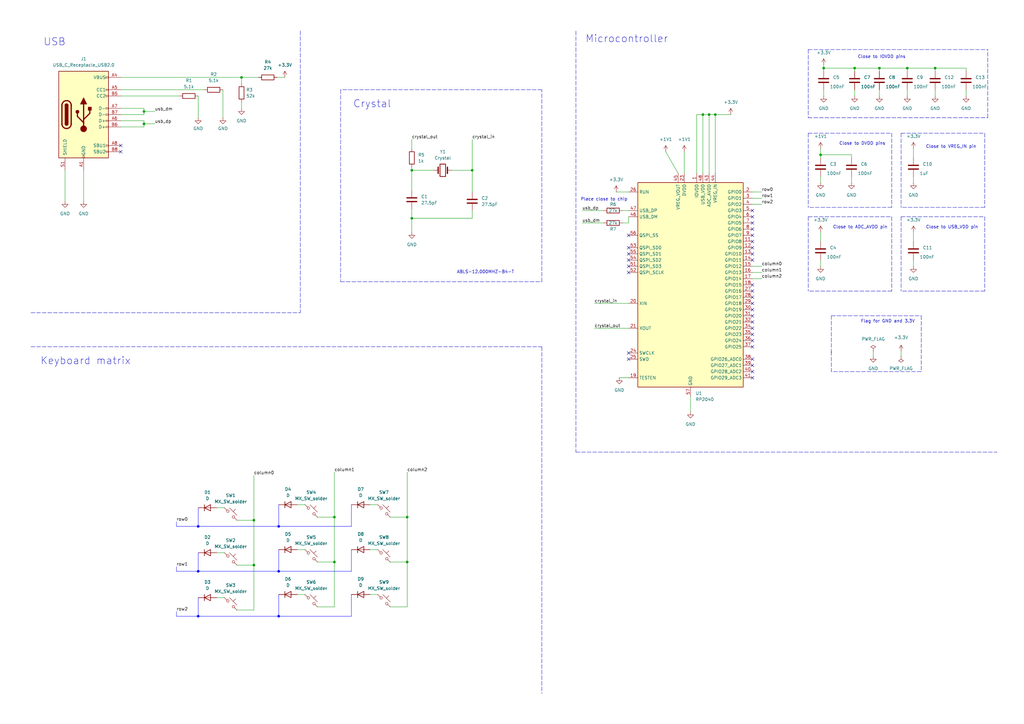
<source format=kicad_sch>
(kicad_sch (version 20211123) (generator eeschema)
  (paper "A3")
  (title_block (title "Keyboard project.") (date "2023-02-18"))
  (lib_symbols
    (symbol "Connector:USB_C_Receptacle_USB2.0" (pin_names (offset 1.016))
      (property "Reference" "J" (at -10.16 19.05 0))
      (property "Value" "USB_C_Receptacle_USB2.0" (at 19.05 19.05 0))
      (symbol "USB_C_Receptacle_USB2.0_0_0"
        (rectangle (start -0.254 -17.78) (end 0.254 -16.764))
        (rectangle (start 10.16 -14.986) (end 9.144 -15.494))
        (rectangle (start 10.16 -12.446) (end 9.144 -12.954))
        (rectangle (start 10.16 -4.826) (end 9.144 -5.334))
        (rectangle (start 10.16 -2.286) (end 9.144 -2.794))
        (rectangle (start 10.16 0.254) (end 9.144 -0.254))
        (rectangle (start 10.16 2.794) (end 9.144 2.286))
        (rectangle (start 10.16 7.874) (end 9.144 7.366))
        (rectangle (start 10.16 10.414) (end 9.144 9.906))
        (rectangle (start 10.16 15.494) (end 9.144 14.986))
      )
      (symbol "USB_C_Receptacle_USB2.0_0_1"
        (rectangle (start -10.16 17.78) (end 10.16 -17.78) (stroke (width 0.254)) (fill (type background)))
        (arc (start -8.89 -3.81) (mid -6.985 -5.715) (end -5.08 -3.81) (stroke (width 0.508)))
        (arc (start -7.62 -3.81) (mid -6.985 -4.445) (end -6.35 -3.81) (stroke (width 0.254)))
        (arc (start -7.62 -3.81) (mid -6.985 -4.445) (end -6.35 -3.81) (stroke (width 0.254)) (fill (type outline)))
        (rectangle (start -7.62 -3.81) (end -6.35 3.81) (stroke (width 0.254)) (fill (type outline)))
        (arc (start -6.35 3.81) (mid -6.985 4.445) (end -7.62 3.81) (stroke (width 0.254)))
        (arc (start -6.35 3.81) (mid -6.985 4.445) (end -7.62 3.81) (stroke (width 0.254)) (fill (type outline)))
        (arc (start -5.08 3.81) (mid -6.985 5.715) (end -8.89 3.81) (stroke (width 0.508)))
        (circle (center -2.54 1.143) (radius 0.635) (stroke (width 0.254)) (fill (type outline)))
        (circle (center 0 -5.842) (radius 1.27) (fill (type outline)))
        (polyline (pts (xy -8.89 -3.81) (xy -8.89 3.81)) (stroke (width 0.508)))
        (polyline (pts (xy -5.08 3.81) (xy -5.08 -3.81)) (stroke (width 0.508)))
        (polyline (pts (xy 0 -5.842) (xy 0 4.318)) (stroke (width 0.508)))
        (polyline (pts (xy 0 -3.302) (xy -2.54 -0.762) (xy -2.54 0.508)) (stroke (width 0.508)))
        (polyline (pts (xy 0 -2.032) (xy 2.54 0.508) (xy 2.54 1.778)) (stroke (width 0.508)))
        (polyline (pts (xy -1.27 4.318) (xy 0 6.858) (xy 1.27 4.318) (xy -1.27 4.318)) (stroke (width 0.254)) (fill (type outline)))
        (rectangle (start 1.905 1.778) (end 3.175 3.048) (stroke (width 0.254)) (fill (type outline)))
      )
      (symbol "USB_C_Receptacle_USB2.0_1_1"
        (pin passive line (at 0 -22.86 90) (length 5.08) (name "GND") (number "A1"))
        (pin passive line (at 0 -22.86 90) (length 5.08) hide (name "GND") (number "A12"))
        (pin passive line (at 15.24 15.24 180) (length 5.08) (name "VBUS") (number "A4"))
        (pin bidirectional line (at 15.24 10.16 180) (length 5.08) (name "CC1") (number "A5"))
        (pin bidirectional line (at 15.24 -2.54 180) (length 5.08) (name "D+") (number "A6"))
        (pin bidirectional line (at 15.24 2.54 180) (length 5.08) (name "D-") (number "A7"))
        (pin bidirectional line (at 15.24 -12.7 180) (length 5.08) (name "SBU1") (number "A8"))
        (pin passive line (at 15.24 15.24 180) (length 5.08) hide (name "VBUS") (number "A9"))
        (pin passive line (at 0 -22.86 90) (length 5.08) hide (name "GND") (number "B1"))
        (pin passive line (at 0 -22.86 90) (length 5.08) hide (name "GND") (number "B12"))
        (pin passive line (at 15.24 15.24 180) (length 5.08) hide (name "VBUS") (number "B4"))
        (pin bidirectional line (at 15.24 7.62 180) (length 5.08) (name "CC2") (number "B5"))
        (pin bidirectional line (at 15.24 -5.08 180) (length 5.08) (name "D+") (number "B6"))
        (pin bidirectional line (at 15.24 0 180) (length 5.08) (name "D-") (number "B7"))
        (pin bidirectional line (at 15.24 -15.24 180) (length 5.08) (name "SBU2") (number "B8"))
        (pin passive line (at 15.24 15.24 180) (length 5.08) hide (name "VBUS") (number "B9"))
        (pin passive line (at -7.62 -22.86 90) (length 5.08) (name "SHIELD") (number "S1"))
      )
    )
    (symbol "Device:C" (pin_numbers hide) (pin_names (offset 0.254))
      (property "Reference" "C" (at 0.635 2.54 0))
      (property "Value" "C" (at 0.635 -2.54 0))
      (symbol "C_0_1"
        (polyline (pts (xy -2.032 -0.762) (xy 2.032 -0.762)) (stroke (width 0.508)))
        (polyline (pts (xy -2.032 0.762) (xy 2.032 0.762)) (stroke (width 0.508)))
      )
      (symbol "C_1_1"
        (pin passive line (at 0 3.81 270) (length 2.794) (name "~") (number "1"))
        (pin passive line (at 0 -3.81 90) (length 2.794) (name "~") (number "2"))
      )
    )
    (symbol "Device:Crystal" (pin_numbers hide) (pin_names (offset 1.016) hide)
      (property "Reference" "Y" (at 0 3.81 0))
      (property "Value" "Crystal" (at 0 -3.81 0))
      (symbol "Crystal_0_1"
        (rectangle (start -1.143 2.54) (end 1.143 -2.54) (stroke (width 0.3048)))
        (polyline (pts (xy -2.54 0) (xy -1.905 0)))
        (polyline (pts (xy -1.905 -1.27) (xy -1.905 1.27)) (stroke (width 0.508)))
        (polyline (pts (xy 1.905 -1.27) (xy 1.905 1.27)) (stroke (width 0.508)))
        (polyline (pts (xy 2.54 0) (xy 1.905 0)))
      )
      (symbol "Crystal_1_1"
        (pin passive line (at -3.81 0 0) (length 1.27) (name "1") (number "1"))
        (pin passive line (at 3.81 0 180) (length 1.27) (name "2") (number "2"))
      )
    )
    (symbol "Device:D" (pin_numbers hide) (pin_names (offset 1.016) hide)
      (property "Reference" "D" (at 0 2.54 0))
      (property "Value" "D" (at 0 -2.54 0))
      (symbol "D_0_1"
        (polyline (pts (xy -1.27 1.27) (xy -1.27 -1.27)) (stroke (width 0.254)))
        (polyline (pts (xy 1.27 0) (xy -1.27 0)))
        (polyline (pts (xy 1.27 1.27) (xy 1.27 -1.27) (xy -1.27 0) (xy 1.27 1.27)) (stroke (width 0.254)))
      )
      (symbol "D_1_1"
        (pin passive line (at -3.81 0 0) (length 2.54) (name "K") (number "1"))
        (pin passive line (at 3.81 0 180) (length 2.54) (name "A") (number "2"))
      )
    )
    (symbol "Device:R" (pin_numbers hide) (pin_names (offset 0))
      (property "Reference" "R" (at 2.032 0 90))
      (property "Value" "R" (at 0 0 90))
      (symbol "R_0_1"
        (rectangle (start -1.016 -2.54) (end 1.016 2.54) (stroke (width 0.254)))
      )
      (symbol "R_1_1"
        (pin passive line (at 0 3.81 270) (length 1.27) (name "~") (number "1"))
        (pin passive line (at 0 -3.81 90) (length 1.27) (name "~") (number "2"))
      )
    )
    (symbol "MCU_RaspberryPi:RP2040"
      (property "Reference" "U" (at 17.78 45.72 0))
      (property "Value" "RP2040" (at 17.78 43.18 0))
      (symbol "RP2040_0_1"
        (rectangle (start -21.59 41.91) (end 21.59 -41.91) (stroke (width 0.254)) (fill (type background)))
      )
      (symbol "RP2040_1_1"
        (pin power_in line (at 2.54 45.72 270) (length 3.81) (name "IOVDD") (number "1"))
        (pin passive line (at 2.54 45.72 270) (length 3.81) hide (name "IOVDD") (number "10"))
        (pin bidirectional line (at 25.4 17.78 180) (length 3.81) (name "GPIO8") (number "11"))
        (pin bidirectional line (at 25.4 15.24 180) (length 3.81) (name "GPIO9") (number "12"))
        (pin bidirectional line (at 25.4 12.7 180) (length 3.81) (name "GPIO10") (number "13"))
        (pin bidirectional line (at 25.4 10.16 180) (length 3.81) (name "GPIO11") (number "14"))
        (pin bidirectional line (at 25.4 7.62 180) (length 3.81) (name "GPIO12") (number "15"))
        (pin bidirectional line (at 25.4 5.08 180) (length 3.81) (name "GPIO13") (number "16"))
        (pin bidirectional line (at 25.4 2.54 180) (length 3.81) (name "GPIO14") (number "17"))
        (pin bidirectional line (at 25.4 0 180) (length 3.81) (name "GPIO15") (number "18"))
        (pin input line (at -25.4 -38.1 0) (length 3.81) (name "TESTEN") (number "19"))
        (pin bidirectional line (at 25.4 38.1 180) (length 3.81) (name "GPIO0") (number "2"))
        (pin input line (at -25.4 -7.62 0) (length 3.81) (name "XIN") (number "20"))
        (pin passive line (at -25.4 -17.78 0) (length 3.81) (name "XOUT") (number "21"))
        (pin passive line (at 2.54 45.72 270) (length 3.81) hide (name "IOVDD") (number "22"))
        (pin power_in line (at -2.54 45.72 270) (length 3.81) (name "DVDD") (number "23"))
        (pin output line (at -25.4 -27.94 0) (length 3.81) (name "SWCLK") (number "24"))
        (pin bidirectional line (at -25.4 -30.48 0) (length 3.81) (name "SWD") (number "25"))
        (pin input line (at -25.4 38.1 0) (length 3.81) (name "RUN") (number "26"))
        (pin bidirectional line (at 25.4 -2.54 180) (length 3.81) (name "GPIO16") (number "27"))
        (pin bidirectional line (at 25.4 -5.08 180) (length 3.81) (name "GPIO17") (number "28"))
        (pin bidirectional line (at 25.4 -7.62 180) (length 3.81) (name "GPIO18") (number "29"))
        (pin bidirectional line (at 25.4 35.56 180) (length 3.81) (name "GPIO1") (number "3"))
        (pin bidirectional line (at 25.4 -10.16 180) (length 3.81) (name "GPIO19") (number "30"))
        (pin bidirectional line (at 25.4 -12.7 180) (length 3.81) (name "GPIO20") (number "31"))
        (pin bidirectional line (at 25.4 -15.24 180) (length 3.81) (name "GPIO21") (number "32"))
        (pin passive line (at 2.54 45.72 270) (length 3.81) hide (name "IOVDD") (number "33"))
        (pin bidirectional line (at 25.4 -17.78 180) (length 3.81) (name "GPIO22") (number "34"))
        (pin bidirectional line (at 25.4 -20.32 180) (length 3.81) (name "GPIO23") (number "35"))
        (pin bidirectional line (at 25.4 -22.86 180) (length 3.81) (name "GPIO24") (number "36"))
        (pin bidirectional line (at 25.4 -25.4 180) (length 3.81) (name "GPIO25") (number "37"))
        (pin bidirectional line (at 25.4 -30.48 180) (length 3.81) (name "GPIO26_ADC0") (number "38"))
        (pin bidirectional line (at 25.4 -33.02 180) (length 3.81) (name "GPIO27_ADC1") (number "39"))
        (pin bidirectional line (at 25.4 33.02 180) (length 3.81) (name "GPIO2") (number "4"))
        (pin bidirectional line (at 25.4 -35.56 180) (length 3.81) (name "GPIO28_ADC2") (number "40"))
        (pin bidirectional line (at 25.4 -38.1 180) (length 3.81) (name "GPIO29_ADC3") (number "41"))
        (pin passive line (at 2.54 45.72 270) (length 3.81) hide (name "IOVDD") (number "42"))
        (pin power_in line (at 7.62 45.72 270) (length 3.81) (name "ADC_AVDD") (number "43"))
        (pin power_in line (at 10.16 45.72 270) (length 3.81) (name "VREG_IN") (number "44"))
        (pin power_out line (at -5.08 45.72 270) (length 3.81) (name "VREG_VOUT") (number "45"))
        (pin bidirectional line (at -25.4 27.94 0) (length 3.81) (name "USB_DM") (number "46"))
        (pin bidirectional line (at -25.4 30.48 0) (length 3.81) (name "USB_DP") (number "47"))
        (pin power_in line (at 5.08 45.72 270) (length 3.81) (name "USB_VDD") (number "48"))
        (pin passive line (at 2.54 45.72 270) (length 3.81) hide (name "IOVDD") (number "49"))
        (pin bidirectional line (at 25.4 30.48 180) (length 3.81) (name "GPIO3") (number "5"))
        (pin passive line (at -2.54 45.72 270) (length 3.81) hide (name "DVDD") (number "50"))
        (pin bidirectional line (at -25.4 7.62 0) (length 3.81) (name "QSPI_SD3") (number "51"))
        (pin output line (at -25.4 5.08 0) (length 3.81) (name "QSPI_SCLK") (number "52"))
        (pin bidirectional line (at -25.4 15.24 0) (length 3.81) (name "QSPI_SD0") (number "53"))
        (pin bidirectional line (at -25.4 10.16 0) (length 3.81) (name "QSPI_SD2") (number "54"))
        (pin bidirectional line (at -25.4 12.7 0) (length 3.81) (name "QSPI_SD1") (number "55"))
        (pin bidirectional line (at -25.4 20.32 0) (length 3.81) (name "QSPI_SS") (number "56"))
        (pin power_in line (at 0 -45.72 90) (length 3.81) (name "GND") (number "57"))
        (pin bidirectional line (at 25.4 27.94 180) (length 3.81) (name "GPIO4") (number "6"))
        (pin bidirectional line (at 25.4 25.4 180) (length 3.81) (name "GPIO5") (number "7"))
        (pin bidirectional line (at 25.4 22.86 180) (length 3.81) (name "GPIO6") (number "8"))
        (pin bidirectional line (at 25.4 20.32 180) (length 3.81) (name "GPIO7") (number "9"))
      )
    )
    (symbol "marbastlib-mx:MX_SW_solder" (pin_numbers hide) (pin_names (offset 1.016) hide)
      (property "Reference" "SW" (at 3.048 1.016 0))
      (property "Value" "MX_SW_solder" (at 0 -3.81 0))
      (symbol "MX_SW_solder_0_1"
        (circle (center -1.1684 1.1684) (radius 0.508))
        (polyline (pts (xy -0.508 2.54) (xy 2.54 -0.508)))
        (polyline (pts (xy 1.016 1.016) (xy 2.032 2.032)))
        (polyline (pts (xy -2.54 2.54) (xy -1.524 1.524) (xy -1.524 1.524)))
        (polyline (pts (xy 1.524 -1.524) (xy 2.54 -2.54) (xy 2.54 -2.54) (xy 2.54 -2.54)))
        (circle (center 1.143 -1.1938) (radius 0.508))
        (pin passive line (at -2.54 2.54 0) (length 0) (name "1") (number "1"))
        (pin passive line (at 2.54 -2.54 180) (length 0) (name "2") (number "2"))
      )
    )
    (symbol "power:+1V1" (power) (pin_names (offset 0))
      (property "Value" "+1V1" (at 0 3.556 0))
      (symbol "+1V1_0_1"
        (polyline (pts (xy -0.762 1.27) (xy 0 2.54)))
        (polyline (pts (xy 0 0) (xy 0 2.54)))
        (polyline (pts (xy 0 2.54) (xy 0.762 1.27)))
      )
      (symbol "+1V1_1_1"
        (pin power_in line (at 0 0 90) (length 0) hide (name "+1V1") (number "1"))
      )
    )
    (symbol "power:+3.3V" (power) (pin_names (offset 0))
      (property "Value" "+3.3V" (at 0 3.556 0))
      (symbol "+3.3V_0_1"
        (polyline (pts (xy -0.762 1.27) (xy 0 2.54)))
        (polyline (pts (xy 0 0) (xy 0 2.54)))
        (polyline (pts (xy 0 2.54) (xy 0.762 1.27)))
      )
      (symbol "+3.3V_1_1"
        (pin power_in line (at 0 0 90) (length 0) hide (name "+3.3V") (number "1"))
      )
    )
    (symbol "power:GND" (power) (pin_names (offset 0))
      (property "Value" "GND" (at 0 -3.81 0))
      (symbol "GND_0_1"
        (polyline (pts (xy 0 0) (xy 0 -1.27) (xy 1.27 -1.27) (xy 0 -2.54) (xy -1.27 -1.27) (xy 0 -1.27)))
      )
      (symbol "GND_1_1"
        (pin power_in line (at 0 0 270) (length 0) hide (name "GND") (number "1"))
      )
    )
    (symbol "power:PWR_FLAG" (power) (pin_numbers hide) (pin_names (offset 0) hide)
      (property "Value" "PWR_FLAG" (at 0 3.81 0))
      (symbol "PWR_FLAG_0_0"
        (pin power_out line (at 0 0 90) (length 0) (name "pwr") (number "1"))
      )
      (symbol "PWR_FLAG_0_1"
        (polyline (pts (xy 0 0) (xy 0 1.27) (xy -1.016 1.905) (xy 0 2.54) (xy 1.016 1.905) (xy 0 1.27)))
      )
    )
  )
  (junction (at 293.37 46.99))
  (junction (at 360.68 27.94))
  (junction (at 290.83 46.99))
  (junction (at 336.55 63.5))
  (junction (at 104.14 231.775))
  (junction (at 81.28 215.9) (color 0 0 255 1))
  (junction (at 114.3 234.315) (color 0 0 255 1))
  (junction (at 104.14 213.36))
  (junction (at 168.91 89.535))
  (junction (at 99.06 31.75))
  (junction (at 81.28 252.73) (color 0 0 255 1))
  (junction (at 167.005 212.09))
  (junction (at 137.16 212.09))
  (junction (at 114.3 215.9) (color 0 0 255 1))
  (junction (at 337.82 27.94))
  (junction (at 193.675 69.85))
  (junction (at 114.3 252.73) (color 0 0 255 1))
  (junction (at 167.005 230.505))
  (junction (at 59.055 45.72))
  (junction (at 137.16 230.505))
  (junction (at 59.055 50.8))
  (junction (at 81.28 234.315) (color 0 0 255 1))
  (junction (at 288.29 46.99))
  (junction (at 168.91 69.85))
  (junction (at 372.11 27.94))
  (junction (at 350.52 27.94))
  (junction (at 383.54 27.94))
  (no_connect (at 308.61 129.54))
  (no_connect (at 308.61 91.44))
  (no_connect (at 308.61 137.16))
  (no_connect (at 257.81 147.32))
  (no_connect (at 308.61 93.98))
  (no_connect (at 308.61 134.62))
  (no_connect (at 308.61 101.6))
  (no_connect (at 308.61 86.36))
  (no_connect (at 49.53 62.23))
  (no_connect (at 308.61 119.38))
  (no_connect (at 308.61 139.7))
  (no_connect (at 257.81 104.14))
  (no_connect (at 257.81 96.52))
  (no_connect (at 308.61 127))
  (no_connect (at 308.61 132.08))
  (no_connect (at 308.61 104.14))
  (no_connect (at 49.53 59.69))
  (no_connect (at 308.61 124.46))
  (no_connect (at 308.61 152.4))
  (no_connect (at 257.81 144.78))
  (no_connect (at 257.81 101.6))
  (no_connect (at 308.61 121.92))
  (no_connect (at 257.81 109.22))
  (no_connect (at 308.61 96.52))
  (no_connect (at 308.61 106.68))
  (no_connect (at 308.61 116.84))
  (no_connect (at 308.61 149.86))
  (no_connect (at 308.61 147.32))
  (no_connect (at 308.61 88.9))
  (no_connect (at 308.61 99.06))
  (no_connect (at 308.61 142.24))
  (no_connect (at 308.61 154.94))
  (no_connect (at 257.81 106.68))
  (no_connect (at 257.81 111.76))
  (wire (pts (xy 114.3 207.01) (xy 114.3 215.9)) (stroke (width 0) (color 0 0 255 1)))
  (wire (pts (xy 168.91 68.58) (xy 168.91 69.85)))
  (polyline (pts (xy 139.7 115.57) (xy 222.25 115.57)))
  (polyline (pts (xy 331.47 20.32) (xy 331.47 48.26)))
  (wire (pts (xy 290.83 46.99) (xy 293.37 46.99)))
  (wire (pts (xy 59.055 50.8) (xy 63.5 50.8)))
  (wire (pts (xy 137.16 212.09) (xy 137.16 230.505)))
  (wire (pts (xy 167.005 248.92) (xy 160.02 248.92)))
  (wire (pts (xy 34.29 69.85) (xy 34.29 82.55)))
  (wire (pts (xy 151.765 243.84) (xy 154.94 243.84)))
  (wire (pts (xy 360.68 27.94) (xy 360.68 29.21)))
  (wire (pts (xy 99.06 31.75) (xy 106.045 31.75)))
  (wire (pts (xy 336.55 60.96) (xy 336.55 63.5)))
  (wire (pts (xy 49.53 36.83) (xy 83.82 36.83)))
  (wire (pts (xy 255.27 91.44) (xy 257.81 91.44)))
  (polyline (pts (xy 123.19 12.7) (xy 123.19 128.27)))
  (wire (pts (xy 114.3 243.84) (xy 114.3 252.73)) (stroke (width 0) (color 0 0 255 1)))
  (wire (pts (xy 144.145 207.01) (xy 144.145 215.9)) (stroke (width 0) (color 0 0 255 1)))
  (polyline (pts (xy 377.825 129.54) (xy 377.825 152.4)))
  (wire (pts (xy 243.84 134.62) (xy 257.81 134.62)))
  (wire (pts (xy 308.61 109.22) (xy 312.42 109.22)))
  (wire (pts (xy 360.68 27.94) (xy 372.11 27.94)))
  (wire (pts (xy 337.82 26.67) (xy 337.82 27.94)))
  (wire (pts (xy 104.14 194.945) (xy 104.14 213.36)))
  (wire (pts (xy 372.11 27.94) (xy 383.54 27.94)))
  (wire (pts (xy 59.055 45.72) (xy 63.5 45.72)))
  (wire (pts (xy 114.3 252.73) (xy 81.28 252.73)) (stroke (width 0) (color 0 0 255 1)))
  (wire (pts (xy 349.25 63.5) (xy 349.25 64.77)))
  (polyline (pts (xy 365.76 88.9) (xy 365.76 119.38)))
  (wire (pts (xy 81.28 215.9) (xy 114.3 215.9)) (stroke (width 0) (color 0 0 255 1)))
  (wire (pts (xy 255.27 86.36) (xy 257.81 86.36)))
  (wire (pts (xy 308.61 81.28) (xy 312.42 81.28)))
  (wire (pts (xy 168.91 57.15) (xy 168.91 60.96)))
  (polyline (pts (xy 340.995 144.145) (xy 340.995 152.4)))
  (wire (pts (xy 360.68 36.83) (xy 360.68 39.37)))
  (wire (pts (xy 288.29 46.99) (xy 288.29 71.12)))
  (polyline (pts (xy 236.22 185.42) (xy 408.94 185.42)))
  (polyline (pts (xy 222.25 115.57) (xy 222.25 36.83)))
  (wire (pts (xy 383.54 36.83) (xy 383.54 39.37)))
  (polyline (pts (xy 369.57 54.61) (xy 369.57 85.09)))
  (wire (pts (xy 81.28 234.315) (xy 114.3 234.315)) (stroke (width 0) (color 0 0 255 1)))
  (wire (pts (xy 49.53 31.75) (xy 99.06 31.75)))
  (polyline (pts (xy 403.86 88.9) (xy 403.86 119.38)))
  (wire (pts (xy 81.28 215.9) (xy 72.39 215.9)) (stroke (width 0) (color 0 0 255 1)))
  (wire (pts (xy 358.14 144.145) (xy 358.14 146.05)))
  (wire (pts (xy 121.92 225.425) (xy 125.095 225.425)))
  (polyline (pts (xy 369.57 88.9) (xy 369.57 119.38)))
  (wire (pts (xy 372.11 27.94) (xy 372.11 29.21)))
  (wire (pts (xy 288.29 46.99) (xy 290.83 46.99)))
  (wire (pts (xy 81.28 234.315) (xy 72.39 234.315)) (stroke (width 0) (color 0 0 255 1)))
  (wire (pts (xy 99.06 31.75) (xy 99.06 34.29)))
  (polyline (pts (xy 403.86 85.09) (xy 369.57 85.09)))
  (wire (pts (xy 72.39 215.9) (xy 72.39 213.995)) (stroke (width 0) (color 0 0 255 1)))
  (polyline (pts (xy 222.25 36.83) (xy 139.7 36.83)))
  (wire (pts (xy 238.76 86.36) (xy 247.65 86.36)))
  (wire (pts (xy 113.665 31.75) (xy 116.84 31.75)))
  (wire (pts (xy 337.82 36.83) (xy 337.82 39.37)))
  (wire (pts (xy 193.675 89.535) (xy 168.91 89.535)))
  (polyline (pts (xy 236.22 12.7) (xy 236.22 185.42)))
  (wire (pts (xy 254 154.94) (xy 257.81 154.94)))
  (wire (pts (xy 88.9 245.11) (xy 92.075 245.11)))
  (wire (pts (xy 185.42 69.85) (xy 193.675 69.85)))
  (wire (pts (xy 350.52 27.94) (xy 350.52 29.21)))
  (polyline (pts (xy 369.57 54.61) (xy 403.86 54.61)))
  (polyline (pts (xy 331.47 54.61) (xy 331.47 85.09)))
  (wire (pts (xy 59.055 52.07) (xy 49.53 52.07)))
  (wire (pts (xy 151.765 207.01) (xy 154.94 207.01)))
  (wire (pts (xy 72.39 252.73) (xy 72.39 250.825)) (stroke (width 0) (color 0 0 255 1)))
  (wire (pts (xy 257.81 91.44) (xy 257.81 88.9)))
  (wire (pts (xy 293.37 46.99) (xy 299.72 46.99)))
  (wire (pts (xy 88.9 226.695) (xy 92.075 226.695)))
  (wire (pts (xy 81.28 226.695) (xy 81.28 234.315)) (stroke (width 0) (color 0 0 255 1)))
  (wire (pts (xy 137.16 230.505) (xy 130.175 230.505)))
  (wire (pts (xy 374.65 95.25) (xy 374.65 99.06)))
  (wire (pts (xy 144.145 225.425) (xy 144.145 234.315)) (stroke (width 0) (color 0 0 255 1)))
  (wire (pts (xy 308.61 111.76) (xy 312.42 111.76)))
  (wire (pts (xy 290.83 71.12) (xy 290.83 46.99)))
  (wire (pts (xy 151.765 225.425) (xy 154.94 225.425)))
  (wire (pts (xy 99.06 41.91) (xy 99.06 44.45)))
  (wire (pts (xy 137.16 212.09) (xy 130.175 212.09)))
  (wire (pts (xy 193.675 86.36) (xy 193.675 89.535)))
  (wire (pts (xy 308.61 78.74) (xy 312.42 78.74)))
  (wire (pts (xy 337.82 27.94) (xy 337.82 29.21)))
  (polyline (pts (xy 365.76 54.61) (xy 365.76 85.09)))
  (polyline (pts (xy 222.25 142.24) (xy 222.25 284.48)))
  (wire (pts (xy 49.53 49.53) (xy 59.055 49.53)))
  (wire (pts (xy 59.055 50.8) (xy 59.055 52.07)))
  (wire (pts (xy 252.73 78.74) (xy 257.81 78.74)))
  (wire (pts (xy 308.61 114.3) (xy 312.42 114.3)))
  (polyline (pts (xy 139.7 36.83) (xy 139.7 115.57)))
  (wire (pts (xy 374.65 60.96) (xy 374.65 64.77)))
  (wire (pts (xy 81.28 252.73) (xy 72.39 252.73)) (stroke (width 0) (color 0 0 255 1)))
  (wire (pts (xy 280.67 71.12) (xy 280.67 62.23)))
  (wire (pts (xy 144.145 234.315) (xy 114.3 234.315)) (stroke (width 0) (color 0 0 255 1)))
  (wire (pts (xy 285.75 46.99) (xy 285.75 71.12)))
  (wire (pts (xy 336.55 106.68) (xy 336.55 109.22)))
  (wire (pts (xy 49.53 46.99) (xy 59.055 46.99)))
  (wire (pts (xy 168.91 89.535) (xy 168.91 95.25)))
  (wire (pts (xy 243.84 124.46) (xy 257.81 124.46)))
  (wire (pts (xy 81.28 39.37) (xy 81.28 48.26)))
  (wire (pts (xy 283.21 162.56) (xy 283.21 168.91)))
  (wire (pts (xy 167.005 212.09) (xy 167.005 230.505)))
  (wire (pts (xy 383.54 27.94) (xy 396.24 27.94)))
  (wire (pts (xy 81.28 245.11) (xy 81.28 252.73)) (stroke (width 0) (color 0 0 255 1)))
  (wire (pts (xy 104.14 231.775) (xy 104.14 250.19)))
  (polyline (pts (xy 331.47 54.61) (xy 365.76 54.61)))
  (wire (pts (xy 144.145 215.9) (xy 114.3 215.9)) (stroke (width 0) (color 0 0 255 1)))
  (wire (pts (xy 137.16 230.505) (xy 137.16 248.92)))
  (polyline (pts (xy 340.995 129.54) (xy 377.825 129.54)))
  (polyline (pts (xy 12.7 128.27) (xy 123.19 128.27)))
  (wire (pts (xy 168.91 69.85) (xy 168.91 78.105)))
  (wire (pts (xy 374.65 106.68) (xy 374.65 109.22)))
  (polyline (pts (xy 12.7 142.24) (xy 222.25 142.24)))
  (polyline (pts (xy 403.86 119.38) (xy 369.57 119.38)))
  (polyline (pts (xy 405.13 48.26) (xy 405.13 20.32)))
  (wire (pts (xy 177.8 69.85) (xy 168.91 69.85)))
  (wire (pts (xy 167.005 230.505) (xy 167.005 248.92)))
  (wire (pts (xy 349.25 72.39) (xy 349.25 74.93)))
  (wire (pts (xy 293.37 46.99) (xy 293.37 71.12)))
  (wire (pts (xy 114.3 225.425) (xy 114.3 234.315)) (stroke (width 0) (color 0 0 255 1)))
  (wire (pts (xy 59.055 44.45) (xy 49.53 44.45)))
  (wire (pts (xy 336.55 63.5) (xy 349.25 63.5)))
  (wire (pts (xy 88.9 208.28) (xy 92.075 208.28)))
  (wire (pts (xy 273.05 62.23) (xy 278.13 71.12)))
  (wire (pts (xy 167.005 193.675) (xy 167.005 212.09)))
  (wire (pts (xy 137.16 248.92) (xy 130.175 248.92)))
  (wire (pts (xy 104.14 250.19) (xy 97.155 250.19)))
  (polyline (pts (xy 331.47 48.26) (xy 405.13 48.26)))
  (wire (pts (xy 374.65 72.39) (xy 374.65 74.93)))
  (wire (pts (xy 81.28 208.28) (xy 81.28 215.9)) (stroke (width 0) (color 0 0 255 1)))
  (wire (pts (xy 396.24 36.83) (xy 396.24 39.37)))
  (wire (pts (xy 396.24 27.94) (xy 396.24 29.21)))
  (wire (pts (xy 167.005 230.505) (xy 160.02 230.505)))
  (polyline (pts (xy 331.47 88.9) (xy 365.76 88.9)))
  (wire (pts (xy 59.055 45.72) (xy 59.055 44.45)))
  (wire (pts (xy 49.53 39.37) (xy 73.66 39.37)))
  (wire (pts (xy 383.54 27.94) (xy 383.54 29.21)))
  (wire (pts (xy 350.52 27.94) (xy 360.68 27.94)))
  (wire (pts (xy 238.76 91.44) (xy 247.65 91.44)))
  (wire (pts (xy 72.39 234.315) (xy 72.39 232.41)) (stroke (width 0) (color 0 0 255 1)))
  (polyline (pts (xy 377.825 152.4) (xy 340.995 152.4)))
  (wire (pts (xy 121.92 243.84) (xy 125.095 243.84)))
  (wire (pts (xy 337.82 27.94) (xy 350.52 27.94)))
  (wire (pts (xy 193.675 69.85) (xy 193.675 78.74)))
  (wire (pts (xy 104.14 213.36) (xy 97.155 213.36)))
  (wire (pts (xy 308.61 83.82) (xy 312.42 83.82)))
  (wire (pts (xy 121.92 207.01) (xy 125.095 207.01)))
  (polyline (pts (xy 365.76 85.09) (xy 331.47 85.09)))
  (wire (pts (xy 336.55 72.39) (xy 336.55 74.93)))
  (wire (pts (xy 167.005 212.09) (xy 160.02 212.09)))
  (wire (pts (xy 288.29 46.99) (xy 285.75 46.99)))
  (wire (pts (xy 350.52 36.83) (xy 350.52 39.37)))
  (wire (pts (xy 369.57 144.145) (xy 369.57 146.05)))
  (wire (pts (xy 59.055 49.53) (xy 59.055 50.8)))
  (wire (pts (xy 193.675 69.85) (xy 193.675 57.15)))
  (polyline (pts (xy 340.995 144.78) (xy 340.995 129.54)))
  (wire (pts (xy 104.14 231.775) (xy 97.155 231.775)))
  (wire (pts (xy 114.3 252.73) (xy 144.145 252.73)) (stroke (width 0) (color 0 0 255 1)))
  (wire (pts (xy 336.55 95.25) (xy 336.55 99.06)))
  (polyline (pts (xy 369.57 88.9) (xy 403.86 88.9)))
  (wire (pts (xy 26.67 69.85) (xy 26.67 82.55)))
  (wire (pts (xy 137.16 193.675) (xy 137.16 212.09)))
  (polyline (pts (xy 403.86 54.61) (xy 403.86 85.09)))
  (wire (pts (xy 91.44 36.83) (xy 91.44 48.26)))
  (polyline (pts (xy 331.47 20.32) (xy 405.13 20.32)))
  (wire (pts (xy 144.145 243.84) (xy 144.145 252.73)) (stroke (width 0) (color 0 0 255 1)))
  (wire (pts (xy 372.11 36.83) (xy 372.11 39.37)))
  (wire (pts (xy 59.055 46.99) (xy 59.055 45.72)))
  (polyline (pts (xy 331.47 88.9) (xy 331.47 119.38)))
  (polyline (pts (xy 365.76 119.38) (xy 331.47 119.38)))
  (wire (pts (xy 336.55 63.5) (xy 336.55 64.77)))
  (wire (pts (xy 168.91 85.725) (xy 168.91 89.535)))
  (wire (pts (xy 104.14 213.36) (xy 104.14 231.775)))
  (text "Crystal" (at 144.78 44.45 0) (effects (font (size 3 3)) (justify left bottom)))
  (text "Close to VREG_IN pin" (at 379.73 60.96 0) (effects (font (size 1.27 1.27)) (justify left bottom)))
  (text "USB" (at 17.78 19.05 0) (effects (font (size 3 3)) (justify left bottom)))
  (text "ABLS-12.000MHZ-B4-T" (at 187.325 112.395 0) (effects (font (size 1.27 1.27)) (justify left bottom)))
  (text "Close to IOVDD pins" (at 351.79 24.13 0) (effects (font (size 1.27 1.27)) (justify left bottom)))
  (text "Close to DVDD pins" (at 344.17 59.69 0) (effects (font (size 1.27 1.27)) (justify left bottom)))
  (text "Place close to chip" (at 238.125 82.55 0) (effects (font (size 1.27 1.27)) (justify left bottom)))
  (text "Microcontroller" (at 240.03 17.78 0) (effects (font (size 3 3)) (justify left bottom)))
  (text "Flag for GND and 3.3V\n\n" (at 353.06 134.62 0) (effects (font (size 1.27 1.27)) (justify left bottom)))
  (text "Keyboard matrix" (at 16.51 149.86 0) (effects (font (size 3 3)) (justify left bottom)))
  (text "Close to USB_VDD pin" (at 379.73 93.98 0) (effects (font (size 1.27 1.27)) (justify left bottom)))
  (text "Close to ADC_AVDD pin" (at 341.63 93.98 0) (effects (font (size 1.27 1.27)) (justify left bottom)))
  (label "usb_dp" (at 238.76 86.36 0))
  (label "usb_dm" (at 63.5 45.72 0))
  (label "column2" (at 167.005 193.675 0))
  (label "row1" (at 72.39 232.41 0))
  (label "row1" (at 312.42 81.28 0))
  (label "row0" (at 312.42 78.74 0))
  (label "row2" (at 312.42 83.82 0))
  (label "row2" (at 72.39 250.825 0))
  (label "column0" (at 104.14 194.945 0))
  (label "column2" (at 312.42 114.3 0))
  (label "crystal_in" (at 193.675 57.15 0))
  (label "column0" (at 312.42 109.22 0))
  (label "column1" (at 137.16 193.675 0))
  (label "crystal_out" (at 243.84 134.62 0))
  (label "row0" (at 72.39 213.995 0))
  (label "crystal_in" (at 243.84 124.46 0))
  (label "crystal_out" (at 168.91 57.15 0))
  (label "column1" (at 312.42 111.76 0))
  (label "usb_dm" (at 238.76 91.44 0))
  (label "usb_dp" (at 63.5 50.8 0))
  (symbol (lib_id "power:GND") (at 91.44 48.26 0) (unit 1)
    (property "Reference" "#PWR0104" (effects hide))
    (property "Value" "GND" (at 91.44 52.705 0))
  )
  (symbol (lib_id "marbastlib-mx:MX_SW_solder") (at 94.615 229.235 0) (unit 1)
    (property "Reference" "SW2" (at 94.615 221.615 0))
    (property "Value" "MX_SW_solder" (at 94.615 224.155 0))
    (property "Footprint" "marbastlib-mx:SW_MX_1u" (effects hide))
  )
  (symbol (lib_id "power:GND") (at 336.55 74.93 0) (unit 1)
    (property "Reference" "#PWR0109" (effects hide))
    (property "Value" "GND" (at 336.55 80.01 0))
  )
  (symbol (lib_id "power:GND") (at 383.54 39.37 0) (unit 1)
    (property "Reference" "#PWR0120" (effects hide))
    (property "Value" "GND" (at 383.54 44.45 0))
  )
  (symbol (lib_id "power:GND") (at 349.25 74.93 0) (unit 1)
    (property "Reference" "#PWR0110" (effects hide))
    (property "Value" "GND" (at 349.25 80.01 0))
  )
  (symbol (lib_id "Device:C") (at 372.11 33.02 0) (unit 1)
    (property "Reference" "C9" (at 375.92 31.7499 0) (effects (justify left)))
    (property "Value" "100nF" (at 374.65 35.56 0) (effects (justify left)))
  )
  (symbol (lib_id "power:+3.3V") (at 299.72 46.99 0) (unit 1)
    (property "Reference" "#PWR0117" (effects hide))
    (property "Value" "+3.3V" (at 299.72 41.91 0))
  )
  (symbol (lib_id "Device:C") (at 396.24 33.02 0) (unit 1)
    (property "Reference" "C13" (at 400.05 31.7499 0) (effects (justify left)))
    (property "Value" "100nF" (at 398.78 35.56 0) (effects (justify left)))
  )
  (symbol (lib_id "power:PWR_FLAG") (at 358.14 144.145 0) (unit 1)
    (property "Reference" "#FLG0101" (effects hide))
    (property "Value" "PWR_FLAG" (at 358.14 139.065 0))
  )
  (symbol (lib_id "marbastlib-mx:MX_SW_solder") (at 94.615 210.82 0) (unit 1)
    (property "Reference" "SW1" (at 94.615 203.2 0))
    (property "Value" "MX_SW_solder" (at 94.615 205.74 0))
    (property "Footprint" "marbastlib-mx:SW_MX_1u" (effects hide))
  )
  (symbol (lib_id "marbastlib-mx:MX_SW_solder") (at 127.635 246.38 0) (unit 1)
    (property "Reference" "SW6" (at 127.635 238.76 0))
    (property "Value" "MX_SW_solder" (at 127.635 241.3 0))
    (property "Footprint" "marbastlib-mx:SW_MX_1u" (effects hide))
  )
  (symbol (lib_id "power:GND") (at 26.67 82.55 0) (unit 1)
    (property "Reference" "#PWR0102" (effects hide))
    (property "Value" "GND" (at 26.67 87.63 0))
  )
  (symbol (lib_id "Device:C") (at 193.675 82.55 0) (unit 1)
    (property "Reference" "C2" (at 197.485 81.2799 0) (effects (justify left)))
    (property "Value" "27.5pF" (at 197.485 83.8199 0) (effects (justify left)))
  )
  (symbol (lib_id "Device:R") (at 251.46 91.44 90) (unit 1)
    (property "Reference" "R7" (at 251.46 93.98 90))
    (property "Value" "27k" (at 251.46 91.44 90))
  )
  (symbol (lib_id "Device:C") (at 349.25 68.58 0) (unit 1)
    (property "Reference" "C6" (at 353.06 67.3099 0) (effects (justify left)))
    (property "Value" "100nF" (at 351.79 71.12 0) (effects (justify left)))
  )
  (symbol (lib_id "Device:D") (at 147.955 243.84 0) (unit 1)
    (property "Reference" "D9" (at 147.955 237.49 0))
    (property "Value" "D" (at 147.955 240.03 0))
  )
  (symbol (lib_id "power:GND") (at 360.68 39.37 0) (unit 1)
    (property "Reference" "#PWR0119" (effects hide))
    (property "Value" "GND" (at 360.68 44.45 0))
  )
  (symbol (lib_id "power:+3.3V") (at 374.65 95.25 0) (unit 1)
    (property "Reference" "#PWR0128" (effects hide))
    (property "Value" "+3.3V" (at 374.65 90.17 0))
  )
  (symbol (lib_id "Device:D") (at 147.955 207.01 0) (unit 1)
    (property "Reference" "D7" (at 147.955 200.66 0))
    (property "Value" "D" (at 147.955 203.2 0))
  )
  (symbol (lib_id "power:GND") (at 99.06 44.45 0) (unit 1)
    (property "Reference" "#PWR0103" (effects hide))
    (property "Value" "GND" (at 99.06 49.53 0))
  )
  (symbol (lib_id "power:GND") (at 374.65 109.22 0) (unit 1)
    (property "Reference" "#PWR0129" (effects hide))
    (property "Value" "GND" (at 374.65 114.3 0))
  )
  (symbol (lib_id "marbastlib-mx:MX_SW_solder") (at 94.615 247.65 0) (unit 1)
    (property "Reference" "SW3" (at 94.615 240.03 0))
    (property "Value" "MX_SW_solder" (at 94.615 242.57 0))
    (property "Footprint" "marbastlib-mx:SW_MX_1u" (effects hide))
  )
  (symbol (lib_id "marbastlib-mx:MX_SW_solder") (at 157.48 246.38 0) (unit 1)
    (property "Reference" "SW9" (at 157.48 238.76 0))
    (property "Value" "MX_SW_solder" (at 157.48 241.3 0))
    (property "Footprint" "marbastlib-mx:SW_MX_1u" (effects hide))
  )
  (symbol (lib_id "Device:C") (at 336.55 102.87 0) (unit 1)
    (property "Reference" "C4" (at 340.36 101.5999 0) (effects (justify left)))
    (property "Value" "100nF" (at 339.09 105.41 0) (effects (justify left)))
  )
  (symbol (lib_id "power:GND") (at 283.21 168.91 0) (unit 1)
    (property "Reference" "#PWR0118" (effects hide))
    (property "Value" "GND" (at 283.21 173.99 0))
  )
  (symbol (lib_id "Device:C") (at 350.52 33.02 0) (unit 1)
    (property "Reference" "C7" (at 354.33 31.7499 0) (effects (justify left)))
    (property "Value" "100nF" (at 353.06 35.56 0) (effects (justify left)))
  )
  (symbol (lib_id "power:+3.3V") (at 116.84 31.75 0) (unit 1)
    (property "Reference" "#PWR0106" (effects hide))
    (property "Value" "+3.3V" (at 116.84 26.67 0))
  )
  (symbol (lib_id "Device:C") (at 168.91 81.915 0) (unit 1)
    (property "Reference" "C1" (at 172.72 80.6449 0) (effects (justify left)))
    (property "Value" "27.5pF" (at 172.72 83.1849 0) (effects (justify left)))
  )
  (symbol (lib_id "power:GND") (at 337.82 39.37 0) (unit 1)
    (property "Reference" "#PWR0125" (effects hide))
    (property "Value" "GND" (at 337.82 44.45 0))
  )
  (symbol (lib_id "marbastlib-mx:MX_SW_solder") (at 157.48 227.965 0) (unit 1)
    (property "Reference" "SW8" (at 157.48 220.345 0))
    (property "Value" "MX_SW_solder" (at 157.48 222.885 0))
    (property "Footprint" "marbastlib-mx:SW_MX_1u" (effects hide))
  )
  (symbol (lib_id "Device:R") (at 87.63 36.83 90) (unit 1)
    (property "Reference" "R2" (at 87.63 30.48 90))
    (property "Value" "5.1k" (at 87.63 33.02 90))
  )
  (symbol (lib_id "marbastlib-mx:MX_SW_solder") (at 127.635 209.55 0) (unit 1)
    (property "Reference" "SW4" (at 127.635 201.93 0))
    (property "Value" "MX_SW_solder" (at 127.635 204.47 0))
    (property "Footprint" "marbastlib-mx:SW_MX_1u" (effects hide))
  )
  (symbol (lib_id "power:GND") (at 374.65 74.93 0) (unit 1)
    (property "Reference" "#PWR0111" (effects hide))
    (property "Value" "GND" (at 374.65 80.01 0))
  )
  (symbol (lib_id "marbastlib-mx:MX_SW_solder") (at 157.48 209.55 0) (unit 1)
    (property "Reference" "SW7" (at 157.48 201.93 0))
    (property "Value" "MX_SW_solder" (at 157.48 204.47 0))
    (property "Footprint" "marbastlib-mx:SW_MX_1u" (effects hide))
  )
  (symbol (lib_id "Device:R") (at 168.91 64.77 0) (unit 1)
    (property "Reference" "R5" (at 171.45 63.4999 0) (effects (justify left)))
    (property "Value" "1k" (at 171.45 66.0399 0) (effects (justify left)))
  )
  (symbol (lib_id "Device:R") (at 77.47 39.37 90) (unit 1)
    (property "Reference" "R1" (at 77.47 33.02 90))
    (property "Value" "5.1k" (at 77.47 35.56 90))
  )
  (symbol (lib_id "power:GND") (at 358.14 146.05 0) (unit 1)
    (property "Reference" "#PWR0130" (effects hide))
    (property "Value" "GND" (at 358.14 151.13 0))
  )
  (symbol (lib_id "power:+3.3V") (at 374.65 60.96 0) (unit 1)
    (property "Reference" "#PWR0112" (effects hide))
    (property "Value" "+3.3V" (at 374.65 55.88 0))
  )
  (symbol (lib_id "MCU_RaspberryPi:RP2040") (at 283.21 116.84 0) (unit 1)
    (property "Reference" "U1" (at 285.2294 161.29 0) (effects (justify left)))
    (property "Value" "RP2040" (at 285.2294 163.83 0) (effects (justify left)))
    (property "Footprint" "Package_DFN_QFN:QFN-56-1EP_7x7mm_P0.4mm_EP3.2x3.2mm" (effects hide))
    (property "Datasheet" "https://datasheets.raspberrypi.com/rp2040/rp2040-datasheet.pdf" (effects hide))
  )
  (symbol (lib_id "power:+3.3V") (at 337.82 26.67 0) (unit 1)
    (property "Reference" "#PWR0123" (effects hide))
    (property "Value" "+3.3V" (at 337.82 21.59 0))
  )
  (symbol (lib_id "power:+3.3V") (at 369.57 144.145 0) (unit 1)
    (property "Reference" "#PWR01" (effects hide))
    (property "Value" "+3.3V" (at 369.57 138.43 0))
  )
  (symbol (lib_id "power:+3.3V") (at 336.55 95.25 0) (unit 1)
    (property "Reference" "#PWR0126" (effects hide))
    (property "Value" "+3.3V" (at 336.55 90.17 0))
  )
  (symbol (lib_id "power:+1V1") (at 280.67 62.23 0) (unit 1)
    (property "Reference" "#PWR0116" (effects hide))
    (property "Value" "+1V1" (at 280.67 57.15 0))
  )
  (symbol (lib_id "Device:C") (at 336.55 68.58 0) (unit 1)
    (property "Reference" "C3" (at 340.36 67.3099 0) (effects (justify left)))
    (property "Value" "100nF" (at 339.09 71.12 0) (effects (justify left)))
  )
  (symbol (lib_id "Device:D") (at 85.09 245.11 0) (unit 1)
    (property "Reference" "D3" (at 85.09 238.76 0))
    (property "Value" "D" (at 85.09 241.3 0))
  )
  (symbol (lib_id "Device:R") (at 99.06 38.1 0) (unit 1)
    (property "Reference" "R3" (at 100.965 36.8299 0) (effects (justify left)))
    (property "Value" "52k" (at 100.965 39.3699 0) (effects (justify left)))
  )
  (symbol (lib_id "power:+1V1") (at 336.55 60.96 0) (unit 1)
    (property "Reference" "#PWR0108" (effects hide))
    (property "Value" "+1V1" (at 336.55 55.88 0))
  )
  (symbol (lib_id "Connector:USB_C_Receptacle_USB2.0") (at 34.29 46.99 0) (unit 1)
    (property "Reference" "J1" (at 34.29 24.13 0))
    (property "Value" "USB_C_Receptacle_USB2.0" (at 34.29 26.67 0))
    (property "Datasheet" "https://www.usb.org/sites/default/files/documents/usb_type-c.zip" (effects hide))
  )
  (symbol (lib_id "power:+1V1") (at 273.05 62.23 0) (unit 1)
    (property "Reference" "#PWR0115" (effects hide))
    (property "Value" "+1V1" (at 273.05 57.15 0))
  )
  (symbol (lib_id "power:GND") (at 254 154.94 0) (unit 1)
    (property "Reference" "#PWR0114" (effects hide))
    (property "Value" "GND" (at 254 160.02 0))
  )
  (symbol (lib_id "Device:D") (at 85.09 208.28 0) (unit 1)
    (property "Reference" "D1" (at 85.09 201.93 0))
    (property "Value" "D" (at 85.09 204.47 0))
  )
  (symbol (lib_id "Device:C") (at 337.82 33.02 0) (unit 1)
    (property "Reference" "C5" (at 341.63 31.7499 0) (effects (justify left)))
    (property "Value" "100nF" (at 340.36 35.56 0) (effects (justify left)))
  )
  (symbol (lib_id "power:GND") (at 34.29 82.55 0) (unit 1)
    (property "Reference" "#PWR0101" (effects hide))
    (property "Value" "GND" (at 34.29 87.63 0))
  )
  (symbol (lib_id "power:GND") (at 336.55 109.22 0) (unit 1)
    (property "Reference" "#PWR0127" (effects hide))
    (property "Value" "GND" (at 336.55 114.3 0))
  )
  (symbol (lib_id "power:PWR_FLAG") (at 369.57 146.05 180) (unit 1)
    (property "Reference" "#FLG01" (effects hide))
    (property "Value" "PWR_FLAG" (at 369.57 151.13 0))
  )
  (symbol (lib_id "marbastlib-mx:MX_SW_solder") (at 127.635 227.965 0) (unit 1)
    (property "Reference" "SW5" (at 127.635 220.345 0))
    (property "Value" "MX_SW_solder" (at 127.635 222.885 0))
    (property "Footprint" "marbastlib-mx:SW_MX_1u" (effects hide))
  )
  (symbol (lib_id "Device:C") (at 374.65 68.58 0) (unit 1)
    (property "Reference" "C10" (at 378.46 67.3099 0) (effects (justify left)))
    (property "Value" "1uF" (at 377.19 71.12 0) (effects (justify left)))
  )
  (symbol (lib_id "power:GND") (at 350.52 39.37 0) (unit 1)
    (property "Reference" "#PWR0124" (effects hide))
    (property "Value" "GND" (at 350.52 44.45 0))
  )
  (symbol (lib_id "Device:R") (at 109.855 31.75 90) (unit 1)
    (property "Reference" "R4" (at 109.855 25.4 90))
    (property "Value" "27k" (at 109.855 27.94 90))
  )
  (symbol (lib_id "Device:C") (at 383.54 33.02 0) (unit 1)
    (property "Reference" "C12" (at 387.35 31.7499 0) (effects (justify left)))
    (property "Value" "100nF" (at 386.08 35.56 0) (effects (justify left)))
  )
  (symbol (lib_id "Device:D") (at 118.11 225.425 0) (unit 1)
    (property "Reference" "D5" (at 118.11 219.075 0))
    (property "Value" "D" (at 118.11 221.615 0))
  )
  (symbol (lib_id "Device:D") (at 85.09 226.695 0) (unit 1)
    (property "Reference" "D2" (at 85.09 220.345 0))
    (property "Value" "D" (at 85.09 222.885 0))
  )
  (symbol (lib_id "power:GND") (at 168.91 95.25 0) (unit 1)
    (property "Reference" "#PWR0107" (effects hide))
    (property "Value" "GND" (at 168.91 100.33 0))
  )
  (symbol (lib_id "Device:Crystal") (at 181.61 69.85 0) (unit 1)
    (property "Reference" "Y1" (at 181.61 62.23 0))
    (property "Value" "Crystal" (at 181.61 64.77 0))
  )
  (symbol (lib_id "Device:D") (at 147.955 225.425 0) (unit 1)
    (property "Reference" "D8" (at 147.955 219.075 0))
    (property "Value" "D" (at 147.955 221.615 0))
  )
  (symbol (lib_id "Device:R") (at 251.46 86.36 90) (unit 1)
    (property "Reference" "R6" (at 251.46 83.82 90))
    (property "Value" "27k" (at 251.46 86.36 90))
  )
  (symbol (lib_id "power:GND") (at 81.28 48.26 0) (unit 1)
    (property "Reference" "#PWR0105" (effects hide))
    (property "Value" "GND" (at 81.28 52.705 0))
  )
  (symbol (lib_id "power:GND") (at 396.24 39.37 0) (unit 1)
    (property "Reference" "#PWR0122" (effects hide))
    (property "Value" "GND" (at 396.24 44.45 0))
  )
  (symbol (lib_id "Device:D") (at 118.11 243.84 0) (unit 1)
    (property "Reference" "D6" (at 118.11 237.49 0))
    (property "Value" "D" (at 118.11 240.03 0))
  )
  (symbol (lib_id "Device:C") (at 360.68 33.02 0) (unit 1)
    (property "Reference" "C8" (at 364.49 31.7499 0) (effects (justify left)))
    (property "Value" "100nF" (at 363.22 35.56 0) (effects (justify left)))
  )
  (symbol (lib_id "Device:C") (at 374.65 102.87 0) (unit 1)
    (property "Reference" "C11" (at 378.46 101.5999 0) (effects (justify left)))
    (property "Value" "100nF" (at 377.19 105.41 0) (effects (justify left)))
  )
  (symbol (lib_id "power:+3.3V") (at 252.73 78.74 0) (unit 1)
    (property "Reference" "#PWR0113" (effects hide))
    (property "Value" "+3.3V" (at 252.73 73.66 0))
  )
  (symbol (lib_id "Device:D") (at 118.11 207.01 0) (unit 1)
    (property "Reference" "D4" (at 118.11 200.66 0))
    (property "Value" "D" (at 118.11 203.2 0))
  )
  (symbol (lib_id "power:GND") (at 372.11 39.37 0) (unit 1)
    (property "Reference" "#PWR0121" (effects hide))
    (property "Value" "GND" (at 372.11 44.45 0))
  )
)
</source>
